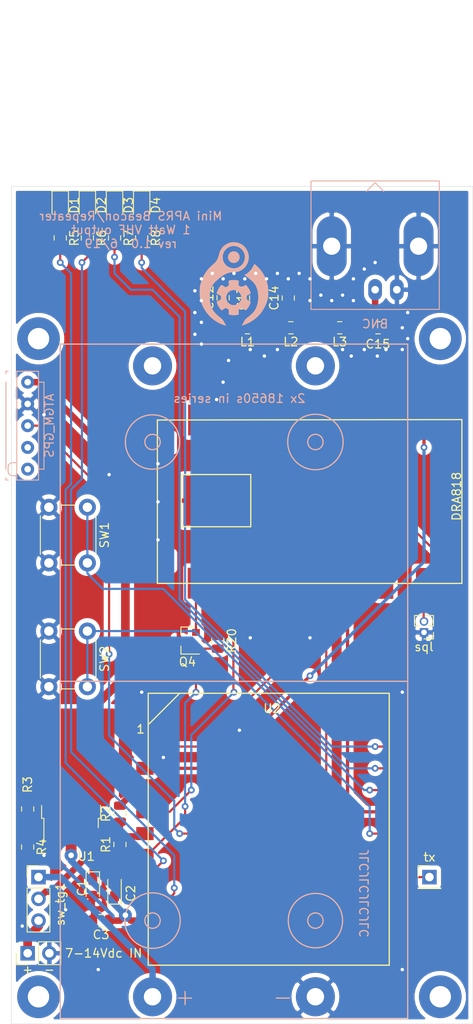
<source format=kicad_pcb>
(kicad_pcb (version 20171130) (host pcbnew 5.1.4-e60b266~84~ubuntu18.04.1)
  (layers (0 F.Cu signal) (31 B.Cu signal) (34 B.Paste user hide) (35 F.Paste user hide) (36 B.SilkS user) (37 F.SilkS user) (38 B.Mask user) (39 F.Mask user) (44 Edge.Cuts user))
  (net 0 "")
  (net 1 "Net-(B1-Pad2)")
  (net 2 GND)
  (net 3 "Net-(B1-Pad1)")
  (net 4 "Net-(C1-Pad1)")
  (net 5 VCC)
  (net 6 "Net-(C12-Pad1)")
  (net 7 "Net-(C13-Pad1)")
  (net 8 "Net-(C14-Pad1)")
  (net 9 "Net-(C15-Pad1)")
  (net 10 /rxled)
  (net 11 /txled)
  (net 12 /led1)
  (net 13 /led2)
  (net 14 /hilo)
  (net 15 "Net-(Q4-Pad2)")
  (net 16 /chrgLvl)
  (net 17 "Net-(R3-Pad2)")
  (net 18 /sw2)
  (net 19 /sw1)
  (net 20 /ptt)
  (net 21 /pd)
  (net 22 "Net-(U2-Pad10)")
  (net 23 /gps_tx)
  (net 24 /tnc_tx)
  (net 25 /tnc_rx)
  (net 26 "Net-(U3-Pad4)")
  (net 27 "Net-(U3-Pad5)")
  (net 28 /radio/squelch)
  (net 29 "Net-(J1-Pad1)")
  (net 30 "Net-(D1-Pad2)")
  (net 31 "Net-(D2-Pad2)")
  (net 32 "Net-(D3-Pad2)")
  (net 33 "Net-(D4-Pad2)")
  (net 34 /dra_audioin)
  (net 35 /dra_audioout)
  (module MainWorking:LOGO_MWM (layer B.Cu) (at 121.92 95.25 180)
    (fp_text reference G*** hide)
    (fp_text value LOGO_MWM hide)
  )
  (module Connector_PinHeader_2.54mm:PinHeader_1x03_P2.54mm_Vertical (layer F.Cu) (at 99.06 164.465)
    (fp_text reference sw_tg1 (at 2.54 3.175 90) (layer F.SilkS))
    (fp_text value SPDT)
    (pad 2 thru_hole rect (at 0 0) (size 1.7 1.7) (drill 1) (layers *.Cu *.Mask) (net 3 "Net-(B1-Pad1)"))
    (pad 1 thru_hole oval (at 0 2.54) (size 1.7 1.7) (drill 1) (layers *.Cu *.Mask) (net 4 "Net-(C1-Pad1)"))
    (pad 3 thru_hole oval (at 0 5.08) (size 1.7 1.7) (drill 1) (layers *.Cu *.Mask) (net 29 "Net-(J1-Pad1)"))
  )
  (module MainWorking:18650_Double_Holder (layer B.Cu) (at 121.92 99.695 180)
    (fp_text reference "2x 18650s in series" (at -0.635 -8.89) (layer B.SilkS) (effects (justify mirror)))
    (fp_text value Series_2_batteries)
    (pad 2 thru_hole circle (at 9.525 -5.08 180) (size 4.572 4.572) (drill 2.032) (layers *.Cu *.Mask) (net 1 "Net-(B1-Pad2)"))
    (pad 3 thru_hole circle (at -9.525 -5.08 180) (size 4.572 4.572) (drill 2.032) (layers *.Cu *.Mask) (net 1 "Net-(B1-Pad2)"))
    (pad 4 thru_hole circle (at -9.525 -78.74 180) (size 4.572 4.572) (drill 2.032) (layers *.Cu *.Mask) (net 2 GND))
    (pad 1 thru_hole circle (at 9.525 -78.74 180) (size 4.572 4.572) (drill 2.032) (layers *.Cu *.Mask) (net 3 "Net-(B1-Pad1)"))
  )
  (module Capacitor_Tantalum_SMD:CP_EIA-2012-12_Kemet-R_Pad1.30x1.05mm_HandSolder (layer F.Cu) (at 105.41 165.735 270)
    (fp_text reference C1 (at 0 1.27 90) (layer F.SilkS))
    (fp_text value 10uf)
    (pad 2 smd roundrect (at 0.975 0 270) (size 1.3 1.05) (layers F.Cu F.Paste F.Mask) (roundrect_rratio 0.238095) (net 2 GND))
    (pad 1 smd roundrect (at -0.975 0 270) (size 1.3 1.05) (layers F.Cu F.Paste F.Mask) (roundrect_rratio 0.238095) (net 4 "Net-(C1-Pad1)"))
  )
  (module Capacitor_Tantalum_SMD:CP_EIA-2012-12_Kemet-R_Pad1.30x1.05mm_HandSolder (layer F.Cu) (at 107.95 165.735 90)
    (fp_text reference C2 (at -0.635 1.905 90) (layer F.SilkS))
    (fp_text value 22uf)
    (pad 1 smd roundrect (at -0.975 0 90) (size 1.3 1.05) (layers F.Cu F.Paste F.Mask) (roundrect_rratio 0.238095) (net 5 VCC))
    (pad 2 smd roundrect (at 0.975 0 90) (size 1.3 1.05) (layers F.Cu F.Paste F.Mask) (roundrect_rratio 0.238095) (net 2 GND))
  )
  (module Capacitor_SMD:C_0805_2012Metric (layer F.Cu) (at 106.3775 169.545 180)
    (fp_text reference C3 (at 0 -1.65) (layer F.SilkS))
    (fp_text value 1uf)
    (pad 1 smd roundrect (at -0.9375 0 180) (size 0.975 1.4) (layers F.Cu F.Paste F.Mask) (net 5 VCC))
    (pad 2 smd roundrect (at 0.9375 0 180) (size 0.975 1.4) (layers F.Cu F.Paste F.Mask) (net 2 GND))
  )
  (module Capacitor_SMD:C_0805_2012Metric (layer F.Cu) (at 120.65 96.8225 90)
    (fp_text reference C12 (at 0 -1.65 90) (layer F.SilkS))
    (fp_text value C)
    (pad 2 smd roundrect (at 0.9375 0 90) (size 0.975 1.4) (layers F.Cu F.Paste F.Mask) (net 2 GND))
    (pad 1 smd roundrect (at -0.9375 0 90) (size 0.975 1.4) (layers F.Cu F.Paste F.Mask) (net 6 "Net-(C12-Pad1)"))
  )
  (module Capacitor_SMD:C_0805_2012Metric (layer F.Cu) (at 124.46 96.8525 90)
    (fp_text reference C13 (at 0 -1.65 90) (layer F.SilkS))
    (fp_text value C)
    (pad 1 smd roundrect (at -0.9375 0 90) (size 0.975 1.4) (layers F.Cu F.Paste F.Mask) (net 7 "Net-(C13-Pad1)"))
    (pad 2 smd roundrect (at 0.9375 0 90) (size 0.975 1.4) (layers F.Cu F.Paste F.Mask) (net 2 GND))
  )
  (module Capacitor_SMD:C_0805_2012Metric (layer F.Cu) (at 128.27 96.8525 90)
    (fp_text reference C14 (at 0 -1.65 90) (layer F.SilkS))
    (fp_text value C)
    (pad 2 smd roundrect (at 0.9375 0 90) (size 0.975 1.4) (layers F.Cu F.Paste F.Mask) (net 2 GND))
    (pad 1 smd roundrect (at -0.9375 0 90) (size 0.975 1.4) (layers F.Cu F.Paste F.Mask) (net 8 "Net-(C14-Pad1)"))
  )
  (module Capacitor_SMD:C_0805_2012Metric (layer F.Cu) (at 138.7625 100.33)
    (fp_text reference C15 (at 0 1.905) (layer F.SilkS))
    (fp_text value C)
    (pad 1 smd roundrect (at -0.9375 0) (size 0.975 1.4) (layers F.Cu F.Paste F.Mask) (net 9 "Net-(C15-Pad1)"))
    (pad 2 smd roundrect (at 0.9375 0) (size 0.975 1.4) (layers F.Cu F.Paste F.Mask) (net 2 GND))
  )
  (module LED_SMD:LED_0805_2012Metric (layer F.Cu) (at 101.6 86.0275 270)
    (fp_text reference D1 (at 0 -1.65 90) (layer F.SilkS))
    (fp_text value LED)
    (pad 1 smd roundrect (at -0.9375 0 270) (size 0.975 1.4) (layers F.Cu F.Paste F.Mask) (net 2 GND))
    (pad 2 smd roundrect (at 0.9375 0 270) (size 0.975 1.4) (layers F.Cu F.Paste F.Mask) (net 30 "Net-(D1-Pad2)"))
  )
  (module LED_SMD:LED_0805_2012Metric (layer F.Cu) (at 104.775 86.0275 270)
    (fp_text reference D2 (at 0 -1.65 90) (layer F.SilkS))
    (fp_text value LED)
    (pad 2 smd roundrect (at 0.9375 0 270) (size 0.975 1.4) (layers F.Cu F.Paste F.Mask) (net 31 "Net-(D2-Pad2)"))
    (pad 1 smd roundrect (at -0.9375 0 270) (size 0.975 1.4) (layers F.Cu F.Paste F.Mask) (net 2 GND))
  )
  (module LED_SMD:LED_0805_2012Metric (layer F.Cu) (at 107.95 86.0275 270)
    (fp_text reference D3 (at 0 -1.65 90) (layer F.SilkS))
    (fp_text value LED)
    (pad 1 smd roundrect (at -0.9375 0 270) (size 0.975 1.4) (layers F.Cu F.Paste F.Mask) (net 2 GND))
    (pad 2 smd roundrect (at 0.9375 0 270) (size 0.975 1.4) (layers F.Cu F.Paste F.Mask) (net 32 "Net-(D3-Pad2)"))
  )
  (module LED_SMD:LED_0805_2012Metric (layer F.Cu) (at 111.125 86.0275 270)
    (fp_text reference D4 (at 0 -1.65 90) (layer F.SilkS))
    (fp_text value LED)
    (pad 2 smd roundrect (at 0.9375 0 270) (size 0.975 1.4) (layers F.Cu F.Paste F.Mask) (net 33 "Net-(D4-Pad2)"))
    (pad 1 smd roundrect (at -0.9375 0 270) (size 0.975 1.4) (layers F.Cu F.Paste F.Mask) (net 2 GND))
  )
  (module Inductor_SMD:L_0805_2012Metric (layer F.Cu) (at 123.4925 100.33 180)
    (fp_text reference L1 (at 0 -1.65) (layer F.SilkS))
    (fp_text value L)
    (pad 1 smd roundrect (at -0.9375 0 180) (size 0.975 1.4) (layers F.Cu F.Paste F.Mask) (net 7 "Net-(C13-Pad1)"))
    (pad 2 smd roundrect (at 0.9375 0 180) (size 0.975 1.4) (layers F.Cu F.Paste F.Mask) (net 6 "Net-(C12-Pad1)"))
  )
  (module Inductor_SMD:L_0805_2012Metric (layer F.Cu) (at 128.5725 100.33 180)
    (fp_text reference L2 (at 0 -1.65) (layer F.SilkS))
    (fp_text value L)
    (pad 2 smd roundrect (at 0.9375 0 180) (size 0.975 1.4) (layers F.Cu F.Paste F.Mask) (net 7 "Net-(C13-Pad1)"))
    (pad 1 smd roundrect (at -0.9375 0 180) (size 0.975 1.4) (layers F.Cu F.Paste F.Mask) (net 8 "Net-(C14-Pad1)"))
  )
  (module Inductor_SMD:L_0805_2012Metric (layer F.Cu) (at 134.2875 100.33 180)
    (fp_text reference L3 (at 0 -1.65) (layer F.SilkS))
    (fp_text value L)
    (pad 1 smd roundrect (at -0.9375 0 180) (size 0.975 1.4) (layers F.Cu F.Paste F.Mask) (net 9 "Net-(C15-Pad1)"))
    (pad 2 smd roundrect (at 0.9375 0 180) (size 0.975 1.4) (layers F.Cu F.Paste F.Mask) (net 8 "Net-(C14-Pad1)"))
  )
  (module Package_TO_SOT_SMD:SOT-23 (layer F.Cu) (at 116.475 136.845 180)
    (fp_text reference Q4 (at 0 -2.5) (layer F.SilkS))
    (fp_text value Q_PNP_BEC)
    (pad 1 smd rect (at -1 -0.95 180) (size 0.9 0.8) (layers F.Cu F.Paste F.Mask) (net 14 /hilo))
    (pad 2 smd rect (at -1 0.95 180) (size 0.9 0.8) (layers F.Cu F.Paste F.Mask) (net 15 "Net-(Q4-Pad2)"))
    (pad 3 smd rect (at 1 0 180) (size 0.9 0.8) (layers F.Cu F.Paste F.Mask) (net 2 GND))
  )
  (module Resistor_SMD:R_0805_2012Metric (layer F.Cu) (at 108.585 160.655 90)
    (fp_text reference R1 (at 0 -1.65 90) (layer F.SilkS))
    (fp_text value R)
    (pad 2 smd roundrect (at 0.9375 0 90) (size 0.975 1.4) (layers F.Cu F.Paste F.Mask) (net 16 /chrgLvl))
    (pad 1 smd roundrect (at -0.9375 0 90) (size 0.975 1.4) (layers F.Cu F.Paste F.Mask) (net 4 "Net-(C1-Pad1)"))
  )
  (module Resistor_SMD:R_0805_2012Metric (layer F.Cu) (at 108.585 157.059501 90)
    (fp_text reference R2 (at 0 -1.65 90) (layer F.SilkS))
    (fp_text value R)
    (pad 1 smd roundrect (at -0.9375 0 90) (size 0.975 1.4) (layers F.Cu F.Paste F.Mask) (net 16 /chrgLvl))
    (pad 2 smd roundrect (at 0.9375 0 90) (size 0.975 1.4) (layers F.Cu F.Paste F.Mask) (net 2 GND))
  )
  (module Resistor_SMD:R_0805_2012Metric (layer F.Cu) (at 97.79 156.5125 270)
    (fp_text reference R3 (at -2.8425 0 90) (layer F.SilkS))
    (fp_text value 470)
    (pad 1 smd roundrect (at -0.9375 0 270) (size 0.975 1.4) (layers F.Cu F.Paste F.Mask) (net 5 VCC))
    (pad 2 smd roundrect (at 0.9375 0 270) (size 0.975 1.4) (layers F.Cu F.Paste F.Mask) (net 17 "Net-(R3-Pad2)"))
  )
  (module Resistor_SMD:R_0805_2012Metric (layer F.Cu) (at 97.79 160.9575 270)
    (fp_text reference R4 (at 0 -1.65 90) (layer F.SilkS))
    (fp_text value 1k2)
    (pad 2 smd roundrect (at 0.9375 0 270) (size 0.975 1.4) (layers F.Cu F.Paste F.Mask) (net 2 GND))
    (pad 1 smd roundrect (at -0.9375 0 270) (size 0.975 1.4) (layers F.Cu F.Paste F.Mask) (net 17 "Net-(R3-Pad2)"))
  )
  (module Resistor_SMD:R_0805_2012Metric (layer F.Cu) (at 101.6 89.8375 270)
    (fp_text reference R5 (at 0 -1.65 90) (layer F.SilkS))
    (fp_text value R)
    (pad 2 smd roundrect (at 0.9375 0 270) (size 0.975 1.4) (layers F.Cu F.Paste F.Mask) (net 10 /rxled))
    (pad 1 smd roundrect (at -0.9375 0 270) (size 0.975 1.4) (layers F.Cu F.Paste F.Mask) (net 30 "Net-(D1-Pad2)"))
  )
  (module Resistor_SMD:R_0805_2012Metric (layer F.Cu) (at 104.775 89.8375 270)
    (fp_text reference R6 (at 0 -1.65 90) (layer F.SilkS))
    (fp_text value R)
    (pad 1 smd roundrect (at -0.9375 0 270) (size 0.975 1.4) (layers F.Cu F.Paste F.Mask) (net 31 "Net-(D2-Pad2)"))
    (pad 2 smd roundrect (at 0.9375 0 270) (size 0.975 1.4) (layers F.Cu F.Paste F.Mask) (net 11 /txled))
  )
  (module Resistor_SMD:R_0805_2012Metric (layer F.Cu) (at 107.95 89.8375 270)
    (fp_text reference R7 (at 0 -1.65 90) (layer F.SilkS))
    (fp_text value R)
    (pad 2 smd roundrect (at 0.9375 0 270) (size 0.975 1.4) (layers F.Cu F.Paste F.Mask) (net 12 /led1))
    (pad 1 smd roundrect (at -0.9375 0 270) (size 0.975 1.4) (layers F.Cu F.Paste F.Mask) (net 32 "Net-(D3-Pad2)"))
  )
  (module Resistor_SMD:R_0805_2012Metric (layer F.Cu) (at 111.125 89.8375 270)
    (fp_text reference R8 (at 0 -1.65 90) (layer F.SilkS))
    (fp_text value R)
    (pad 1 smd roundrect (at -0.9375 0 270) (size 0.975 1.4) (layers F.Cu F.Paste F.Mask) (net 33 "Net-(D4-Pad2)"))
    (pad 2 smd roundrect (at 0.9375 0 270) (size 0.975 1.4) (layers F.Cu F.Paste F.Mask) (net 13 /led2))
  )
  (module Resistor_SMD:R_0805_2012Metric (layer F.Cu) (at 120.015 136.8575 270)
    (fp_text reference R20 (at 0 -1.65 90) (layer F.SilkS))
    (fp_text value 100k)
    (pad 1 smd roundrect (at -0.9375 0 270) (size 0.975 1.4) (layers F.Cu F.Paste F.Mask) (net 2 GND))
    (pad 2 smd roundrect (at 0.9375 0 270) (size 0.975 1.4) (layers F.Cu F.Paste F.Mask) (net 14 /hilo))
  )
  (module Button_Switch_THT:SW_PUSH_6mm_H5mm (layer F.Cu) (at 104.775 121.285 270)
    (fp_text reference SW1 (at 3.25 -2 90) (layer F.SilkS))
    (fp_text value SW_Push)
    (pad 2 thru_hole circle (at 0 4.5) (size 2 2) (drill 1.1) (layers *.Cu *.Mask) (net 2 GND))
    (pad 1 thru_hole circle (at 0 0) (size 2 2) (drill 1.1) (layers *.Cu *.Mask) (net 18 /sw2))
    (pad 2 thru_hole circle (at 6.5 4.5) (size 2 2) (drill 1.1) (layers *.Cu *.Mask) (net 2 GND))
    (pad 1 thru_hole circle (at 6.5 0) (size 2 2) (drill 1.1) (layers *.Cu *.Mask) (net 18 /sw2))
  )
  (module Button_Switch_THT:SW_PUSH_6mm_H5mm (layer F.Cu) (at 104.775 135.74 270)
    (fp_text reference SW2 (at 3.25 -2 90) (layer F.SilkS))
    (fp_text value SW_Push)
    (pad 1 thru_hole circle (at 6.5 0) (size 2 2) (drill 1.1) (layers *.Cu *.Mask) (net 19 /sw1))
    (pad 2 thru_hole circle (at 6.5 4.5) (size 2 2) (drill 1.1) (layers *.Cu *.Mask) (net 2 GND))
    (pad 1 thru_hole circle (at 0 0) (size 2 2) (drill 1.1) (layers *.Cu *.Mask) (net 19 /sw1))
    (pad 2 thru_hole circle (at 0 4.5) (size 2 2) (drill 1.1) (layers *.Cu *.Mask) (net 2 GND))
  )
  (module Package_TO_SOT_SMD:TO-252-3_TabPin2 (layer F.Cu) (at 102.87 155.135 90)
    (fp_text reference U1 (at -6.917 1.778 180) (layer F.SilkS))
    (fp_text value AZ1117-ADJ)
    (pad 1 smd rect (at -4.2 -2.28 90) (size 2.2 1.2) (layers F.Cu F.Paste F.Mask) (net 17 "Net-(R3-Pad2)"))
    (pad 2 smd rect (at -4.2 0 90) (size 2.2 1.2) (layers F.Cu F.Paste F.Mask) (net 5 VCC))
    (pad 3 smd rect (at -4.2 2.28 90) (size 2.2 1.2) (layers F.Cu F.Paste F.Mask) (net 4 "Net-(C1-Pad1)"))
    (pad 2 smd rect (at 2.1 0 90) (size 6.4 5.800001) (layers F.Cu F.Mask) (net 5 VCC))
  )
  (module MainWorking:Nanomodem_TNC_2.0 (layer F.Cu) (at 142.24 158.877 270)
    (fp_text reference U2 (at -14.097 15.875) (layer F.SilkS))
    (fp_text value NanoModem)
    (fp_text user 1 (at -11.684 31.242) (layer F.SilkS))
    (pad 1 smd rect (at -9.652 30.734 270) (size 1.524 2.032) (layers F.Cu F.Paste F.Mask) (net 20 /ptt))
    (pad 2 smd rect (at -7.112 30.734 270) (size 1.524 2.032) (layers F.Cu F.Paste F.Mask) (net 34 /dra_audioin))
    (pad 3 smd rect (at -4.572 30.734 270) (size 1.524 2.032) (layers F.Cu F.Paste F.Mask) (net 2 GND))
    (pad 4 smd rect (at -2.032 30.734 270) (size 1.524 2.032) (layers F.Cu F.Paste F.Mask) (net 21 /pd))
    (pad 5 smd rect (at 0.508 30.734 270) (size 1.524 2.032) (layers F.Cu F.Paste F.Mask) (net 16 /chrgLvl))
    (pad 6 smd rect (at 3.048 30.734 270) (size 1.524 2.032) (layers F.Cu F.Paste F.Mask) (net 14 /hilo))
    (pad 7 smd rect (at 5.588 30.734 270) (size 1.524 2.032) (layers F.Cu F.Paste F.Mask) (net 10 /rxled))
    (pad 8 smd rect (at 8.128 30.734 270) (size 1.524 2.032) (layers F.Cu F.Paste F.Mask) (net 11 /txled))
    (pad 9 smd rect (at 10.668 30.734 270) (size 1.524 2.032) (layers F.Cu F.Paste F.Mask) (net 5 VCC))
    (pad 10 smd rect (at 10.668 1.905 270) (size 1.524 2.032) (layers F.Cu F.Paste F.Mask) (net 22 "Net-(U2-Pad10)"))
    (pad 11 smd rect (at 8.128 1.905 270) (size 1.524 2.032) (layers F.Cu F.Paste F.Mask) (net 23 /gps_tx))
    (pad 12 smd rect (at 5.588 1.905 270) (size 1.524 2.032) (layers F.Cu F.Paste F.Mask) (net 24 /tnc_tx))
    (pad 13 smd rect (at 3.048 1.905 270) (size 1.524 2.032) (layers F.Cu F.Paste F.Mask) (net 25 /tnc_rx))
    (pad 14 smd rect (at 0.508 1.905 270) (size 1.524 2.032) (layers F.Cu F.Paste F.Mask) (net 19 /sw1))
    (pad 15 smd rect (at -2.032 1.905 270) (size 1.524 2.032) (layers F.Cu F.Paste F.Mask) (net 35 /dra_audioout))
    (pad 16 smd rect (at -4.572 1.905 270) (size 1.524 2.032) (layers F.Cu F.Paste F.Mask) (net 18 /sw2))
    (pad 17 smd rect (at -7.112 1.905 270) (size 1.524 2.032) (layers F.Cu F.Paste F.Mask) (net 12 /led1))
    (pad 18 smd rect (at -9.652 1.905 270) (size 1.524 2.032) (layers F.Cu F.Paste F.Mask) (net 13 /led2))
  )
  (module MainWorking:DRA818 (layer F.Cu) (at 134.805 137.275 180)
    (fp_text reference DRA818 (at -13.15 17.26 90) (layer F.SilkS))
    (fp_text value DRA818)
    (pad 18 smd rect (at -9.35 26.15 270) (size 3.6 1.8) (layers F.Cu F.Paste F.Mask) (net 34 /dra_audioin))
    (pad 17 smd rect (at -4.9 26.15 270) (size 3.6 1.8) (layers F.Cu F.Paste F.Mask) (net 25 /tnc_rx))
    (pad 16 smd rect (at -0.45 26.15 270) (size 3.6 1.8) (layers F.Cu F.Paste F.Mask) (net 24 /tnc_tx))
    (pad 15 smd rect (at 4 26.15 270) (size 3.6 1.8) (layers F.Cu F.Paste F.Mask))
    (pad 14 smd rect (at 8.45 26.15 270) (size 3.6 1.8) (layers F.Cu F.Paste F.Mask))
    (pad 13 smd rect (at 12.9 26.175 270) (size 3.6 1.8) (layers F.Cu F.Paste F.Mask))
    (pad 12 smd rect (at 17.35 26.175 270) (size 3.6 1.8) (layers F.Cu F.Paste F.Mask) (net 6 "Net-(C12-Pad1)"))
    (pad 7 smd rect (at 17.4 7.125 270) (size 3.6 1.8) (layers F.Cu F.Paste F.Mask) (net 15 "Net-(Q4-Pad2)"))
    (pad 6 smd rect (at 12.95 7.125 270) (size 3.6 1.8) (layers F.Cu F.Paste F.Mask) (net 21 /pd))
    (pad 5 smd rect (at 8.5 7.1 270) (size 3.6 1.8) (layers F.Cu F.Paste F.Mask) (net 20 /ptt))
    (pad 4 smd rect (at 4.05 7.1 270) (size 3.6 1.8) (layers F.Cu F.Paste F.Mask))
    (pad 3 smd rect (at -0.4 7.1 270) (size 3.6 1.8) (layers F.Cu F.Paste F.Mask) (net 35 /dra_audioout))
    (pad 2 smd rect (at -4.85 7.1 270) (size 3.6 1.8) (layers F.Cu F.Paste F.Mask))
    (pad 1 smd rect (at -9.3 7.1 270) (size 3.6 1.8) (layers F.Cu F.Paste F.Mask) (net 28 /radio/squelch))
    (pad 8 smd rect (at 21.825 9.725 270) (size 1.8 3.6) (layers F.Cu F.Paste F.Mask) (net 5 VCC))
    (pad 9 smd rect (at 21.85 14.325 270) (size 1.8 3.6) (layers F.Cu F.Paste F.Mask) (net 2 GND))
    (pad 10 smd rect (at 21.85 18.925 270) (size 1.8 3.6) (layers F.Cu F.Paste F.Mask) (net 2 GND))
    (pad 11 smd rect (at 21.85 23.525 270) (size 1.8 3.6) (layers F.Cu F.Paste F.Mask))
    (pad 10 smd rect (at -13.225 10.675 180) (size 1 7) (layers F.Cu F.Paste F.Mask) (net 2 GND))
    (pad 10 smd trapezoid (at -13.225 23.425 180) (size 1 5.5) (layers F.Cu F.Paste F.Mask) (net 2 GND))
    (pad 10 smd rect (at 14.986 16.764 180) (size 7.62 5.842) (layers F.Cu F.Paste F.Mask) (net 2 GND))
  )
  (module Connector_PinHeader_2.54mm:PinHeader_1x02_P2.54mm_Vertical (layer F.Cu) (at 97.79 173.355 90)
    (fp_text reference J1 hide)
    (fp_text value Barrel_Jack)
    (pad 1 thru_hole rect (at 0 0 90) (size 1.7 1.7) (drill 1) (layers *.Cu *.Mask) (net 29 "Net-(J1-Pad1)"))
    (pad 2 thru_hole oval (at 0 2.54 90) (size 1.7 1.7) (drill 1) (layers *.Cu *.Mask) (net 2 GND))
  )
  (module MountingHole:MountingHole_2.5mm_Pad (layer F.Cu) (at 99.06 101.6)
    (fp_text reference H1 hide)
    (fp_text value MountingHole hide)
    (pad 1 thru_hole circle (at 0 0) (size 5 5) (drill 2.5) (layers *.Cu *.Mask))
  )
  (module MountingHole:MountingHole_2.5mm_Pad (layer F.Cu) (at 146.05 101.6)
    (fp_text reference H2 hide)
    (fp_text value MountingHole hide)
    (pad 1 thru_hole circle (at 0 0) (size 5 5) (drill 2.5) (layers *.Cu *.Mask))
  )
  (module MountingHole:MountingHole_2.5mm_Pad (layer F.Cu) (at 99.06 178.435)
    (fp_text reference H3 hide)
    (fp_text value MountingHole hide)
    (pad 1 thru_hole circle (at 0 0) (size 5 5) (drill 2.5) (layers *.Cu *.Mask))
  )
  (module MountingHole:MountingHole_2.5mm_Pad (layer F.Cu) (at 146.05 178.435)
    (fp_text reference H4 hide)
    (fp_text value MountingHole hide)
    (pad 1 thru_hole circle (at 0 0) (size 5 5) (drill 2.5) (layers *.Cu *.Mask))
  )
  (module MainWorking:BNC_pcbmount_h (layer B.Cu) (at 138.43 95.885 180)
    (fp_text reference BNC (at 0 -4) (layer B.SilkS) (effects (justify mirror)))
    (fp_text value Conn_Coaxial)
    (pad 2 thru_hole oval (at -5.08 5.08 180) (size 3.5 7) (drill 2.01) (layers *.Cu *.Mask) (net 2 GND))
    (pad 2 thru_hole oval (at 5.08 5.08 180) (size 3.5 7) (drill 2.01) (layers *.Cu *.Mask) (net 2 GND))
    (pad 1 thru_hole oval (at 0 0 180) (size 1.6 2.5) (drill 0.89) (layers *.Cu *.Mask) (net 9 "Net-(C15-Pad1)"))
    (pad 2 thru_hole oval (at -2.54 0 180) (size 1.6 2.5) (drill 0.89) (layers *.Cu *.Mask) (net 2 GND))
  )
  (module Connector_PinHeader_2.54mm:PinHeader_1x01_P2.54mm_Vertical (layer F.Cu) (at 144.78 164.465)
    (fp_text reference tx (at 0 -2.33) (layer F.SilkS))
    (fp_text value tx)
    (pad 1 thru_hole rect (at 0 0) (size 1.7 1.7) (drill 1) (layers *.Cu *.Mask) (net 24 /tnc_tx))
  )
  (module Connector_PinHeader_1.27mm:PinHeader_1x02_P1.27mm_Vertical (layer F.Cu) (at 144.145 135.89 180)
    (fp_text reference sql (at 0 -1.695) (layer F.SilkS))
    (fp_text value sq_test)
    (pad 1 thru_hole rect (at 0 0 180) (size 1 1) (drill 0.65) (layers *.Cu *.Mask) (net 2 GND))
    (pad 2 thru_hole oval (at 0 1.27 180) (size 1 1) (drill 0.65) (layers *.Cu *.Mask) (net 28 /radio/squelch))
  )
  (module MainWorking:ATGM336_GPS_Vertical (layer B.Cu) (at 101.6 111.76 90)
    (fp_text reference ATGM_GPS (at 0 -1.27 90) (layer B.SilkS) (effects (justify mirror)))
    (fp_text value ATGM336_Gps)
    (pad 5 thru_hole circle (at -5.08 -3.81 90) (size 1.524 1.524) (drill 0.762) (layers *.Cu *.Mask) (net 27 "Net-(U3-Pad5)"))
    (pad 4 thru_hole circle (at -2.54 -3.81 90) (size 1.524 1.524) (drill 0.762) (layers *.Cu *.Mask) (net 26 "Net-(U3-Pad4)"))
    (pad 3 thru_hole circle (at 0 -3.81 90) (size 1.524 1.524) (drill 0.762) (layers *.Cu *.Mask) (net 23 /gps_tx))
    (pad 2 thru_hole circle (at 2.54 -3.81 90) (size 1.524 1.524) (drill 0.762) (layers *.Cu *.Mask) (net 2 GND))
    (pad 1 thru_hole circle (at 5.08 -3.81 90) (size 1.524 1.524) (drill 0.762) (layers *.Cu *.Mask) (net 5 VCC))
  )
  (gr_text "7-14Vdc IN" (at 106.68 173.355) (layer F.SilkS) (effects (font (size 1 1))))
  (gr_text "Mini APRS Beacon/Repeater\n1 Watt VHF output\nrev 1.0  6/19" (at 109.855 88.9) (layer B.SilkS) (effects (font (size 1 1)) (justify mirror)))
  (gr_text JLCJLCJLCJLC (at 137.16 166.37 90) (layer B.SilkS) (effects (font (size 1 1)) (justify mirror)))
  (gr_text - (at 127.635 178.435) (layer B.SilkS) (effects (font (size 2 2)) (justify mirror)))
  (gr_text + (at 116.205 178.435) (layer B.SilkS) (effects (font (size 2 2)) (justify mirror)))
  (gr_text "+\n" (at 97.79 175.26) (layer F.SilkS) (effects (font (size 1 1))))
  (gr_text "-\n" (at 100.33 175.26) (layer F.SilkS) (effects (font (size 1 1))))
  (gr_line (start 149.86 181.61) (end 149.86 83.82) (layer Edge.Cuts) (width 0.05))
  (gr_line (start 95.885 181.61) (end 149.86 181.61) (layer Edge.Cuts) (width 0.05))
  (gr_line (start 95.885 83.82) (end 95.885 181.61) (layer Edge.Cuts) (width 0.05))
  (gr_line (start 149.86 83.82) (end 95.885 83.82) (layer Edge.Cuts) (width 0.05))
  (segment (start 110.402001 154.305) (end 108.585 156.122001) (width 0.762) (layer F.Cu) (net 2))
  (segment (start 111.506 154.305) (end 110.402001 154.305) (width 0.762) (layer F.Cu) (net 2))
  (via (at 113.03 120.65) (size 0.8) (drill 0.4) (layers F.Cu B.Cu) (net 2))
  (via (at 113.03 116.205) (size 0.8) (drill 0.4) (layers F.Cu B.Cu) (net 2))
  (via (at 113.03 125.095) (size 0.8) (drill 0.4) (layers F.Cu B.Cu) (net 2))
  (via (at 118.11 102.235) (size 0.8) (drill 0.4) (layers F.Cu B.Cu) (net 2))
  (via (at 121.285 104.14) (size 0.8) (drill 0.4) (layers F.Cu B.Cu) (net 2))
  (via (at 120.65 106.68) (size 0.8) (drill 0.4) (layers F.Cu B.Cu) (net 2))
  (via (at 123.825 102.87) (size 0.8) (drill 0.4) (layers F.Cu B.Cu) (net 2))
  (via (at 127 102.87) (size 0.8) (drill 0.4) (layers F.Cu B.Cu) (net 2))
  (via (at 118.11 99.695) (size 0.8) (drill 0.4) (layers F.Cu B.Cu) (net 2))
  (via (at 118.11 97.155) (size 0.8) (drill 0.4) (layers F.Cu B.Cu) (net 2))
  (via (at 118.11 94.615) (size 0.8) (drill 0.4) (layers F.Cu B.Cu) (net 2))
  (via (at 120.65 94.615) (size 0.8) (drill 0.4) (layers F.Cu B.Cu) (net 2))
  (via (at 123.19 94.615) (size 0.8) (drill 0.4) (layers F.Cu B.Cu) (net 2))
  (via (at 125.73 94.615) (size 0.8) (drill 0.4) (layers F.Cu B.Cu) (net 2))
  (via (at 128.27 94.615) (size 0.8) (drill 0.4) (layers F.Cu B.Cu) (net 2))
  (via (at 130.81 94.615) (size 0.8) (drill 0.4) (layers F.Cu B.Cu) (net 2))
  (via (at 130.81 97.155) (size 0.8) (drill 0.4) (layers F.Cu B.Cu) (net 2))
  (via (at 133.35 97.155) (size 0.8) (drill 0.4) (layers F.Cu B.Cu) (net 2))
  (via (at 134.62 102.87) (size 0.8) (drill 0.4) (layers F.Cu B.Cu) (net 2))
  (via (at 137.16 102.87) (size 0.8) (drill 0.4) (layers F.Cu B.Cu) (net 2))
  (via (at 139.7 102.87) (size 0.8) (drill 0.4) (layers F.Cu B.Cu) (net 2))
  (via (at 141.605 102.87) (size 0.8) (drill 0.4) (layers F.Cu B.Cu) (net 2))
  (via (at 141.605 100.33) (size 0.8) (drill 0.4) (layers F.Cu B.Cu) (net 2))
  (via (at 135.89 97.155) (size 0.8) (drill 0.4) (layers F.Cu B.Cu) (net 2))
  (via (at 135.89 94.615) (size 0.8) (drill 0.4) (layers F.Cu B.Cu) (net 2))
  (via (at 138.43 92.71) (size 0.8) (drill 0.4) (layers F.Cu B.Cu) (net 2))
  (via (at 123.825 136.525) (size 0.8) (drill 0.4) (layers F.Cu B.Cu) (net 2))
  (via (at 130.81 136.525) (size 0.8) (drill 0.4) (layers F.Cu B.Cu) (net 2))
  (via (at 111.125 142.875) (size 0.8) (drill 0.4) (layers F.Cu B.Cu) (net 2))
  (via (at 141.605 142.875) (size 0.8) (drill 0.4) (layers F.Cu B.Cu) (net 2))
  (via (at 141.605 175.26) (size 0.8) (drill 0.4) (layers F.Cu B.Cu) (net 2))
  (via (at 106.045 175.26) (size 0.8) (drill 0.4) (layers F.Cu B.Cu) (net 2))
  (via (at 99.695 110.49) (size 0.8) (drill 0.4) (layers F.Cu B.Cu) (net 2))
  (via (at 107.315 117.475) (size 0.8) (drill 0.4) (layers F.Cu B.Cu) (net 2))
  (via (at 102.235 168.275) (size 0.8) (drill 0.4) (layers F.Cu B.Cu) (net 2))
  (via (at 99.695 161.925) (size 0.8) (drill 0.4) (layers F.Cu B.Cu) (net 2))
  (via (at 97.155 170.18) (size 0.8) (drill 0.4) (layers F.Cu B.Cu) (net 2))
  (via (at 113.665 150.495) (size 0.8) (drill 0.4) (layers F.Cu B.Cu) (net 2))
  (via (at 122.555 147.32) (size 0.8) (drill 0.4) (layers F.Cu B.Cu) (net 2))
  (via (at 124.46 93.98) (size 0.8) (drill 0.4) (layers F.Cu B.Cu) (net 2))
  (via (at 121.92 93.98) (size 0.8) (drill 0.4) (layers F.Cu B.Cu) (net 2))
  (via (at 119.38 93.98) (size 0.8) (drill 0.4) (layers F.Cu B.Cu) (net 2))
  (via (at 117.348 96.012) (size 0.8) (drill 0.4) (layers F.Cu B.Cu) (net 2))
  (via (at 117.348 98.552) (size 0.8) (drill 0.4) (layers F.Cu B.Cu) (net 2))
  (via (at 117.348 101.092) (size 0.8) (drill 0.4) (layers F.Cu B.Cu) (net 2))
  (via (at 125.476 103.632) (size 0.8) (drill 0.4) (layers F.Cu B.Cu) (net 2))
  (via (at 135.636 103.632) (size 0.8) (drill 0.4) (layers F.Cu B.Cu) (net 2))
  (via (at 138.684 103.632) (size 0.8) (drill 0.4) (layers F.Cu B.Cu) (net 2))
  (via (at 142.24 101.6) (size 0.8) (drill 0.4) (layers F.Cu B.Cu) (net 2))
  (via (at 142.24 98.552) (size 0.8) (drill 0.4) (layers F.Cu B.Cu) (net 2))
  (via (at 127 93.98) (size 0.8) (drill 0.4) (layers F.Cu B.Cu) (net 2))
  (via (at 129.54 93.98) (size 0.8) (drill 0.4) (layers F.Cu B.Cu) (net 2))
  (via (at 132.08 96.52) (size 0.8) (drill 0.4) (layers F.Cu B.Cu) (net 2))
  (via (at 134.62 96.52) (size 0.8) (drill 0.4) (layers F.Cu B.Cu) (net 2))
  (via (at 137.16 93.472) (size 0.8) (drill 0.4) (layers F.Cu B.Cu) (net 2))
  (via (at 119.888 108.712) (size 0.8) (drill 0.4) (layers F.Cu B.Cu) (net 2))
  (segment (start 100.672 164.465) (end 99.06 164.465) (width 0.762) (layer B.Cu) (net 3))
  (segment (start 101.657892 164.465) (end 100.672 164.465) (width 0.762) (layer B.Cu) (net 3))
  (segment (start 112.395 175.202108) (end 101.657892 164.465) (width 0.762) (layer B.Cu) (net 3))
  (segment (start 112.395 178.435) (end 112.395 175.202108) (width 0.762) (layer B.Cu) (net 3))
  (segment (start 108.585 161.5925) (end 105.8275 161.5925) (width 0.762) (layer F.Cu) (net 4))
  (segment (start 105.15 160.915) (end 105.15 159.335) (width 0.762) (layer F.Cu) (net 4))
  (segment (start 105.8275 161.5925) (end 105.15 160.915) (width 0.762) (layer F.Cu) (net 4))
  (segment (start 100.627641 166.155001) (end 105.15 161.632642) (width 0.762) (layer F.Cu) (net 4))
  (segment (start 105.15 161.197) (end 105.15 159.335) (width 0.762) (layer F.Cu) (net 4))
  (segment (start 105.15 161.632642) (end 105.15 161.197) (width 0.762) (layer F.Cu) (net 4))
  (segment (start 99.909999 166.155001) (end 100.627641 166.155001) (width 0.762) (layer F.Cu) (net 4))
  (segment (start 99.06 167.005) (end 99.909999 166.155001) (width 0.762) (layer F.Cu) (net 4))
  (segment (start 105.41 159.595) (end 105.15 159.335) (width 0.762) (layer F.Cu) (net 4))
  (segment (start 105.41 164.76) (end 105.41 159.595) (width 0.762) (layer F.Cu) (net 4))
  (via (at 109.22 168.91) (size 1.524) (drill 0.6604) (layers F.Cu B.Cu) (net 5))
  (segment (start 111.506 169.545) (end 109.855 169.545) (width 0.762) (layer F.Cu) (net 5))
  (segment (start 109.855 169.545) (end 109.22 168.91) (width 0.762) (layer F.Cu) (net 5))
  (via (at 102.87 161.925) (size 1.524) (drill 0.6604) (layers F.Cu B.Cu) (net 5))
  (segment (start 109.22 168.91) (end 102.87 162.56) (width 0.762) (layer B.Cu) (net 5))
  (segment (start 102.87 162.56) (end 102.87 161.925) (width 0.762) (layer B.Cu) (net 5))
  (segment (start 102.87 161.925) (end 102.87 159.335) (width 0.762) (layer F.Cu) (net 5))
  (segment (start 107.95 167.64) (end 109.22 168.91) (width 0.762) (layer F.Cu) (net 5))
  (segment (start 107.95 166.71) (end 107.95 167.64) (width 0.762) (layer F.Cu) (net 5))
  (segment (start 97.79 154.94) (end 97.79 155.575) (width 0.762) (layer F.Cu) (net 5))
  (segment (start 102.87 153.035) (end 99.695 153.035) (width 0.762) (layer F.Cu) (net 5))
  (segment (start 99.695 153.035) (end 97.79 154.94) (width 0.762) (layer F.Cu) (net 5))
  (segment (start 102.87 161.925) (end 102.87 153.035) (width 1.27) (layer F.Cu) (net 5))
  (segment (start 108.585 169.545) (end 109.22 168.91) (width 0.762) (layer F.Cu) (net 5))
  (segment (start 107.315 169.545) (end 108.585 169.545) (width 0.762) (layer F.Cu) (net 5))
  (segment (start 109.94 127.55) (end 112.98 127.55) (width 1.016) (layer F.Cu) (net 5))
  (segment (start 102.87 148.819) (end 106.045 145.644) (width 1.016) (layer F.Cu) (net 5))
  (segment (start 102.87 153.035) (end 102.87 148.819) (width 1.016) (layer F.Cu) (net 5))
  (segment (start 109.22 128.27) (end 109.94 127.55) (width 1.016) (layer F.Cu) (net 5))
  (segment (start 106.045 145.644) (end 106.045 144.145) (width 1.016) (layer F.Cu) (net 5))
  (segment (start 106.045 144.145) (end 109.22 140.97) (width 1.016) (layer F.Cu) (net 5))
  (segment (start 109.22 140.97) (end 109.22 128.27) (width 1.016) (layer F.Cu) (net 5))
  (segment (start 99.06 106.68) (end 97.79 106.68) (width 0.762) (layer F.Cu) (net 5))
  (segment (start 109.22 128.27) (end 109.22 116.84) (width 0.762) (layer F.Cu) (net 5))
  (segment (start 109.22 116.84) (end 99.06 106.68) (width 0.762) (layer F.Cu) (net 5))
  (segment (start 118.11 108.585) (end 118.11 104.775) (width 0.762) (layer F.Cu) (net 6))
  (segment (start 117.455 111.1) (end 117.455 109.24) (width 0.762) (layer F.Cu) (net 6))
  (segment (start 117.455 109.24) (end 118.11 108.585) (width 0.762) (layer F.Cu) (net 6))
  (segment (start 120.65 97.76) (end 120.65 99.695) (width 0.762) (layer F.Cu) (net 6))
  (segment (start 118.11 104.775) (end 121.92 100.965) (width 0.762) (layer F.Cu) (net 6))
  (segment (start 121.92 100.965) (end 122.555 100.33) (width 0.762) (layer F.Cu) (net 6))
  (segment (start 122.555 100.33) (end 121.285 100.33) (width 0.762) (layer F.Cu) (net 6))
  (segment (start 120.65 99.695) (end 121.285 100.33) (width 0.762) (layer F.Cu) (net 6))
  (segment (start 121.285 100.33) (end 121.92 100.965) (width 0.762) (layer F.Cu) (net 6))
  (segment (start 124.43 100.33) (end 127.635 100.33) (width 0.762) (layer F.Cu) (net 7))
  (segment (start 124.46 100.3) (end 124.43 100.33) (width 0.762) (layer F.Cu) (net 7))
  (segment (start 124.46 97.79) (end 124.46 100.3) (width 0.762) (layer F.Cu) (net 7))
  (segment (start 129.51 100.33) (end 133.35 100.33) (width 0.762) (layer F.Cu) (net 8))
  (segment (start 129.51 99.03) (end 128.27 97.79) (width 0.762) (layer F.Cu) (net 8))
  (segment (start 129.51 100.33) (end 129.51 99.03) (width 0.762) (layer F.Cu) (net 8))
  (segment (start 135.225 100.33) (end 137.825 100.33) (width 0.762) (layer F.Cu) (net 9))
  (segment (start 138.43 99.725) (end 138.43 95.885) (width 0.762) (layer F.Cu) (net 9))
  (segment (start 137.825 100.33) (end 138.43 99.725) (width 0.762) (layer F.Cu) (net 9))
  (via (at 113.665 162.56) (size 0.8) (drill 0.4) (layers F.Cu B.Cu) (net 10))
  (segment (start 112.776 163.449) (end 113.665 162.56) (width 0.254) (layer F.Cu) (net 10))
  (segment (start 111.506 164.465) (end 111.76 164.465) (width 0.254) (layer F.Cu) (net 10))
  (segment (start 111.76 164.465) (end 112.776 163.449) (width 0.254) (layer F.Cu) (net 10))
  (via (at 101.6 92.71) (size 0.8) (drill 0.4) (layers F.Cu B.Cu) (net 10))
  (segment (start 101.6 92.71) (end 101.6 90.775) (width 0.254) (layer F.Cu) (net 10))
  (segment (start 102.87 93.98) (end 101.6 92.71) (width 0.254) (layer B.Cu) (net 10))
  (segment (start 102.87 118.572934) (end 102.87 93.98) (width 0.254) (layer B.Cu) (net 10))
  (segment (start 102.235 151.13) (end 102.235 119.207934) (width 0.254) (layer B.Cu) (net 10))
  (segment (start 113.665 162.56) (end 102.235 151.13) (width 0.254) (layer B.Cu) (net 10))
  (segment (start 102.235 119.207934) (end 102.87 118.572934) (width 0.254) (layer B.Cu) (net 10))
  (via (at 114.935 165.735) (size 0.8) (drill 0.4) (layers F.Cu B.Cu) (net 11))
  (segment (start 114.3 167.005) (end 111.506 167.005) (width 0.254) (layer F.Cu) (net 11))
  (segment (start 114.935 165.735) (end 114.935 166.37) (width 0.254) (layer F.Cu) (net 11))
  (segment (start 114.935 166.37) (end 114.3 167.005) (width 0.254) (layer F.Cu) (net 11))
  (segment (start 104.775 92.075) (end 104.539999 92.310001) (width 0.254) (layer F.Cu) (net 11))
  (segment (start 104.775 90.775) (end 104.775 92.075) (width 0.254) (layer F.Cu) (net 11))
  (via (at 104.14 92.71) (size 0.8) (drill 0.4) (layers F.Cu B.Cu) (net 11))
  (segment (start 104.539999 92.310001) (end 104.14 92.71) (width 0.254) (layer F.Cu) (net 11))
  (segment (start 104.14 117.945002) (end 104.14 93.275685) (width 0.254) (layer B.Cu) (net 11))
  (segment (start 104.14 93.275685) (end 104.14 92.71) (width 0.254) (layer B.Cu) (net 11))
  (segment (start 102.87 119.215002) (end 104.14 117.945002) (width 0.254) (layer B.Cu) (net 11))
  (segment (start 102.87 149.86) (end 102.87 119.215002) (width 0.254) (layer B.Cu) (net 11))
  (segment (start 114.935 165.735) (end 114.935 161.925) (width 0.254) (layer B.Cu) (net 11))
  (segment (start 114.935 161.925) (end 102.87 149.86) (width 0.254) (layer B.Cu) (net 11))
  (via (at 107.95 92.075) (size 0.8) (drill 0.4) (layers F.Cu B.Cu) (net 12))
  (segment (start 107.95 90.775) (end 107.95 92.075) (width 0.254) (layer F.Cu) (net 12))
  (via (at 138.43 151.765) (size 0.8) (drill 0.4) (layers F.Cu B.Cu) (net 12))
  (segment (start 138.43 151.765) (end 140.335 151.765) (width 0.254) (layer F.Cu) (net 12))
  (segment (start 107.95 93.98) (end 109.855 95.885) (width 0.254) (layer B.Cu) (net 12))
  (segment (start 107.95 92.075) (end 107.95 93.98) (width 0.254) (layer B.Cu) (net 12))
  (segment (start 109.855 95.885) (end 112.395 95.885) (width 0.254) (layer B.Cu) (net 12))
  (segment (start 112.395 95.885) (end 115.57 99.06) (width 0.254) (layer B.Cu) (net 12))
  (segment (start 115.57 99.06) (end 115.57 132.087066) (width 0.254) (layer B.Cu) (net 12))
  (segment (start 135.247934 151.765) (end 138.43 151.765) (width 0.254) (layer B.Cu) (net 12))
  (segment (start 115.57 132.087066) (end 135.247934 151.765) (width 0.254) (layer B.Cu) (net 12))
  (via (at 138.43 149.225) (size 0.8) (drill 0.4) (layers F.Cu B.Cu) (net 13))
  (segment (start 140.335 149.225) (end 138.43 149.225) (width 0.254) (layer F.Cu) (net 13))
  (via (at 111.125 92.71) (size 0.8) (drill 0.4) (layers F.Cu B.Cu) (net 13))
  (segment (start 111.125 92.71) (end 111.125 90.775) (width 0.254) (layer F.Cu) (net 13))
  (segment (start 116.205 98.425) (end 111.125 93.345) (width 0.254) (layer B.Cu) (net 13))
  (segment (start 111.125 93.345) (end 111.125 92.71) (width 0.254) (layer B.Cu) (net 13))
  (segment (start 138.43 149.225) (end 133.35 149.225) (width 0.254) (layer B.Cu) (net 13))
  (segment (start 116.205 132.08) (end 116.205 98.425) (width 0.254) (layer B.Cu) (net 13))
  (segment (start 133.35 149.225) (end 116.205 132.08) (width 0.254) (layer B.Cu) (net 13))
  (segment (start 120.015 137.795) (end 117.475 137.795) (width 0.254) (layer F.Cu) (net 14))
  (segment (start 117.475 137.795) (end 117.475 142.875) (width 0.254) (layer F.Cu) (net 14))
  (via (at 117.475 142.875) (size 0.8) (drill 0.4) (layers F.Cu B.Cu) (net 14))
  (segment (start 115.57 158.115) (end 116.205 157.48) (width 0.254) (layer F.Cu) (net 14))
  (segment (start 116.205 156.775685) (end 116.205 156.21) (width 0.254) (layer F.Cu) (net 14))
  (segment (start 111.76 161.925) (end 115.57 158.115) (width 0.254) (layer F.Cu) (net 14))
  (segment (start 116.205 155.644315) (end 116.205 156.21) (width 0.254) (layer B.Cu) (net 14))
  (segment (start 117.475 142.875) (end 116.205 144.145) (width 0.254) (layer B.Cu) (net 14))
  (segment (start 116.205 144.145) (end 116.205 155.644315) (width 0.254) (layer B.Cu) (net 14))
  (segment (start 116.205 157.48) (end 116.205 156.775685) (width 0.254) (layer F.Cu) (net 14))
  (via (at 116.205 156.21) (size 0.8) (drill 0.4) (layers F.Cu B.Cu) (net 14))
  (segment (start 111.506 161.925) (end 111.76 161.925) (width 0.254) (layer F.Cu) (net 14))
  (segment (start 117.475 130.22) (end 117.405 130.15) (width 0.254) (layer F.Cu) (net 15))
  (segment (start 117.475 135.895) (end 117.475 130.22) (width 0.254) (layer F.Cu) (net 15))
  (segment (start 108.585 157.997001) (end 108.585 159.7175) (width 0.762) (layer F.Cu) (net 16))
  (segment (start 111.1735 159.7175) (end 111.506 159.385) (width 0.762) (layer F.Cu) (net 16))
  (segment (start 108.585 159.7175) (end 111.1735 159.7175) (width 0.762) (layer F.Cu) (net 16))
  (segment (start 97.84 159.335) (end 100.59 159.335) (width 0.762) (layer F.Cu) (net 17))
  (segment (start 97.79 159.385) (end 97.84 159.335) (width 0.762) (layer F.Cu) (net 17))
  (segment (start 97.79 159.385) (end 97.79 157.45) (width 0.762) (layer F.Cu) (net 17))
  (segment (start 97.79 160.02) (end 97.79 159.385) (width 0.762) (layer F.Cu) (net 17))
  (via (at 137.795 154.305) (size 0.8) (drill 0.4) (layers F.Cu B.Cu) (net 18))
  (segment (start 140.335 154.305) (end 137.795 154.305) (width 0.254) (layer F.Cu) (net 18))
  (segment (start 137.145868 154.305) (end 137.795 154.305) (width 0.254) (layer B.Cu) (net 18))
  (segment (start 113.650868 130.81) (end 137.145868 154.305) (width 0.254) (layer B.Cu) (net 18))
  (segment (start 106.585 130.81) (end 113.650868 130.81) (width 0.254) (layer B.Cu) (net 18))
  (segment (start 104.775 121.285) (end 104.775 129) (width 0.254) (layer B.Cu) (net 18))
  (segment (start 104.775 129) (end 106.585 130.81) (width 0.254) (layer B.Cu) (net 18))
  (via (at 137.795 159.385) (size 0.8) (drill 0.4) (layers F.Cu B.Cu) (net 19))
  (segment (start 140.335 159.385) (end 137.795 159.385) (width 0.254) (layer F.Cu) (net 19))
  (segment (start 117.325 135.74) (end 104.775 135.74) (width 0.254) (layer B.Cu) (net 19))
  (segment (start 137.795 159.385) (end 137.795 156.21) (width 0.254) (layer B.Cu) (net 19))
  (segment (start 137.795 156.21) (end 117.325 135.74) (width 0.254) (layer B.Cu) (net 19))
  (segment (start 104.775 135.74) (end 104.775 142.24) (width 0.254) (layer B.Cu) (net 19))
  (segment (start 126.305 132.229) (end 126.305 130.175) (width 0.254) (layer F.Cu) (net 20))
  (segment (start 126.305 141.03) (end 126.305 132.229) (width 0.254) (layer F.Cu) (net 20))
  (segment (start 111.506 149.225) (end 118.11 149.225) (width 0.254) (layer F.Cu) (net 20))
  (segment (start 118.11 149.225) (end 126.305 141.03) (width 0.254) (layer F.Cu) (net 20))
  (via (at 121.92 142.875) (size 0.8) (drill 0.4) (layers F.Cu B.Cu) (net 21))
  (segment (start 121.855 130.15) (end 121.855 142.81) (width 0.254) (layer F.Cu) (net 21))
  (segment (start 121.855 142.81) (end 121.92 142.875) (width 0.254) (layer F.Cu) (net 21))
  (via (at 116.93201 154.305) (size 0.8) (drill 0.4) (layers F.Cu B.Cu) (net 21))
  (segment (start 116.532011 154.704999) (end 116.93201 154.305) (width 0.254) (layer F.Cu) (net 21))
  (segment (start 114.39201 156.845) (end 116.532011 154.704999) (width 0.254) (layer F.Cu) (net 21))
  (segment (start 116.93201 147.86299) (end 116.93201 153.739315) (width 0.254) (layer B.Cu) (net 21))
  (segment (start 111.506 156.845) (end 114.39201 156.845) (width 0.254) (layer F.Cu) (net 21))
  (segment (start 121.92 142.875) (end 116.93201 147.86299) (width 0.254) (layer B.Cu) (net 21))
  (segment (start 116.93201 153.739315) (end 116.93201 154.305) (width 0.254) (layer B.Cu) (net 21))
  (via (at 107.315 138.43) (size 0.8) (drill 0.4) (layers F.Cu B.Cu) (net 23))
  (segment (start 107.315 138.43) (end 107.315 147.955) (width 0.254) (layer B.Cu) (net 23))
  (segment (start 107.315 147.955) (end 114.935 155.575) (width 0.254) (layer B.Cu) (net 23))
  (via (at 115.57 159.385) (size 0.8) (drill 0.4) (layers F.Cu B.Cu) (net 23))
  (segment (start 114.935 155.575) (end 114.935 158.75) (width 0.254) (layer B.Cu) (net 23))
  (segment (start 114.935 158.75) (end 115.57 159.385) (width 0.254) (layer B.Cu) (net 23))
  (segment (start 133.985 167.005) (end 140.335 167.005) (width 0.254) (layer F.Cu) (net 23))
  (segment (start 115.57 159.385) (end 126.365 159.385) (width 0.254) (layer F.Cu) (net 23))
  (segment (start 126.365 159.385) (end 133.985 167.005) (width 0.254) (layer F.Cu) (net 23))
  (segment (start 107.315 120.015) (end 107.315 138.43) (width 0.254) (layer F.Cu) (net 23))
  (segment (start 97.79 111.76) (end 99.06 111.76) (width 0.254) (layer F.Cu) (net 23))
  (segment (start 99.06 111.76) (end 107.315 120.015) (width 0.254) (layer F.Cu) (net 23))
  (segment (start 140.081 164.465) (end 132.715 157.099) (width 0.254) (layer F.Cu) (net 24))
  (segment (start 140.335 164.465) (end 140.081 164.465) (width 0.254) (layer F.Cu) (net 24))
  (segment (start 132.715 115.719) (end 135.255 113.179) (width 0.254) (layer F.Cu) (net 24))
  (segment (start 135.255 113.179) (end 135.255 111.125) (width 0.254) (layer F.Cu) (net 24))
  (segment (start 132.715 157.099) (end 132.715 115.719) (width 0.254) (layer F.Cu) (net 24))
  (segment (start 140.335 164.465) (end 144.78 164.465) (width 0.254) (layer F.Cu) (net 24))
  (segment (start 139.705 120.655) (end 139.705 111.125) (width 0.254) (layer F.Cu) (net 25))
  (segment (start 146.05 156.464) (end 146.05 127) (width 0.254) (layer F.Cu) (net 25))
  (segment (start 140.335 161.925) (end 140.589 161.925) (width 0.254) (layer F.Cu) (net 25))
  (segment (start 146.05 127) (end 139.705 120.655) (width 0.254) (layer F.Cu) (net 25))
  (segment (start 140.589 161.925) (end 146.05 156.464) (width 0.254) (layer F.Cu) (net 25))
  (segment (start 144.105 134.58) (end 144.145 134.62) (width 0.254) (layer F.Cu) (net 28))
  (segment (start 144.105 130.175) (end 144.105 134.58) (width 0.254) (layer F.Cu) (net 28))
  (segment (start 97.79 171.489) (end 97.79 173.355) (width 1.016) (layer F.Cu) (net 29))
  (segment (start 99.06 170.219) (end 97.79 171.489) (width 1.016) (layer F.Cu) (net 29))
  (segment (start 99.06 169.545) (end 99.06 170.219) (width 1.016) (layer F.Cu) (net 29))
  (segment (start 101.6 88.9) (end 101.6 86.965) (width 0.254) (layer F.Cu) (net 30))
  (segment (start 104.775 88.9) (end 104.775 86.965) (width 0.254) (layer F.Cu) (net 31))
  (segment (start 107.95 88.9) (end 107.95 86.965) (width 0.254) (layer F.Cu) (net 32))
  (segment (start 111.125 88.9) (end 111.125 86.965) (width 0.254) (layer F.Cu) (net 33))
  (segment (start 111.506 151.765) (end 113.665 151.765) (width 0.381) (layer F.Cu) (net 34))
  (via (at 144.145 114.3) (size 0.8) (drill 0.4) (layers F.Cu B.Cu) (net 34))
  (segment (start 144.145 124.46) (end 144.145 114.3) (width 0.381) (layer B.Cu) (net 34))
  (segment (start 144.145 111.135) (end 144.155 111.125) (width 0.381) (layer F.Cu) (net 34))
  (segment (start 144.145 114.3) (end 144.145 111.135) (width 0.381) (layer F.Cu) (net 34))
  (via (at 130.81 140.97) (size 0.8) (drill 0.4) (layers F.Cu B.Cu) (net 34))
  (segment (start 113.665 151.765) (end 120.015 151.765) (width 0.381) (layer F.Cu) (net 34))
  (segment (start 120.015 151.765) (end 130.81 140.97) (width 0.381) (layer F.Cu) (net 34))
  (segment (start 130.81 140.97) (end 144.145 127.635) (width 0.381) (layer B.Cu) (net 34))
  (segment (start 144.145 127.635) (end 144.145 124.46) (width 0.381) (layer B.Cu) (net 34))
  (segment (start 135.205 132.356) (end 135.205 130.175) (width 0.381) (layer F.Cu) (net 35))
  (segment (start 135.205 154.89) (end 135.205 132.356) (width 0.381) (layer F.Cu) (net 35))
  (segment (start 140.335 156.845) (end 137.16 156.845) (width 0.381) (layer F.Cu) (net 35))
  (segment (start 137.16 156.845) (end 135.205 154.89) (width 0.381) (layer F.Cu) (net 35))
  (zone (net 5) (net_name VCC) (layer F.Cu) (priority 1) (connect_pads (clearance 0.508)) (min_thickness 0.254) (fill yes (arc_segments 32) (thermal_gap 0.508) (thermal_bridge_width 0.508))
    (polygon (pts (xy 99.695 156.21) (xy 99.695 153.67) (xy 95.885 153.67) (xy 95.885 144.78) (xy 107.95 144.78) (xy 107.95 156.21)))
  )
  (zone (net 2) (net_name GND) (layer F.Cu) (connect_pads (clearance 0.508)) (min_thickness 0.254) (fill yes (arc_segments 32) (thermal_gap 0.508) (thermal_bridge_width 0.508))
    (polygon (pts (xy 95.885 83.82) (xy 149.86 83.82) (xy 149.86 181.61) (xy 95.885 181.61)))
  )
  (zone (net 2) (net_name GND) (layer B.Cu) (connect_pads (clearance 0.508)) (min_thickness 0.254) (fill yes (arc_segments 32) (thermal_gap 0.508) (thermal_bridge_width 0.508))
    (polygon (pts (xy 95.885 181.61) (xy 149.86 181.61) (xy 149.86 83.82) (xy 95.885 83.82)))
  )
)
</source>
